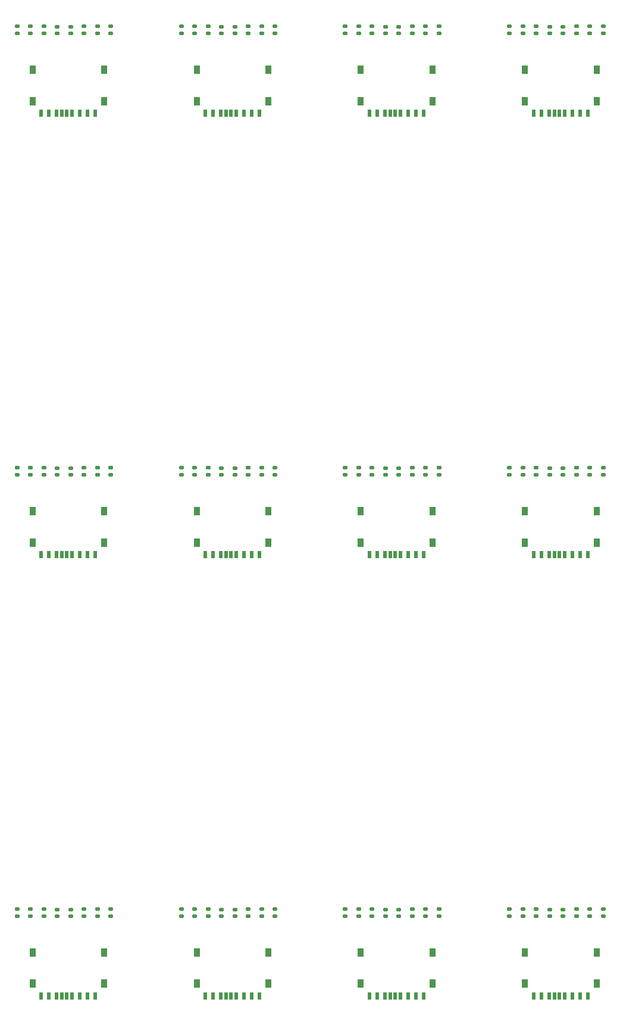
<source format=gbp>
%TF.GenerationSoftware,KiCad,Pcbnew,7.0.10*%
%TF.CreationDate,2024-01-23T14:15:21-07:00*%
%TF.ProjectId,SparkFun_Thing_Plus_ESP32-S3_panelized,53706172-6b46-4756-9e5f-5468696e675f,rev?*%
%TF.SameCoordinates,Original*%
%TF.FileFunction,Paste,Bot*%
%TF.FilePolarity,Positive*%
%FSLAX46Y46*%
G04 Gerber Fmt 4.6, Leading zero omitted, Abs format (unit mm)*
G04 Created by KiCad (PCBNEW 7.0.10) date 2024-01-23 14:15:21*
%MOMM*%
%LPD*%
G01*
G04 APERTURE LIST*
G04 Aperture macros list*
%AMRoundRect*
0 Rectangle with rounded corners*
0 $1 Rounding radius*
0 $2 $3 $4 $5 $6 $7 $8 $9 X,Y pos of 4 corners*
0 Add a 4 corners polygon primitive as box body*
4,1,4,$2,$3,$4,$5,$6,$7,$8,$9,$2,$3,0*
0 Add four circle primitives for the rounded corners*
1,1,$1+$1,$2,$3*
1,1,$1+$1,$4,$5*
1,1,$1+$1,$6,$7*
1,1,$1+$1,$8,$9*
0 Add four rect primitives between the rounded corners*
20,1,$1+$1,$2,$3,$4,$5,0*
20,1,$1+$1,$4,$5,$6,$7,0*
20,1,$1+$1,$6,$7,$8,$9,0*
20,1,$1+$1,$8,$9,$2,$3,0*%
G04 Aperture macros list end*
%ADD10RoundRect,0.135000X-0.185000X0.135000X-0.185000X-0.135000X0.185000X-0.135000X0.185000X0.135000X0*%
%ADD11RoundRect,0.140000X0.170000X-0.140000X0.170000X0.140000X-0.170000X0.140000X-0.170000X-0.140000X0*%
%ADD12R,0.500000X1.000000*%
%ADD13R,0.950000X1.200000*%
G04 APERTURE END LIST*
D10*
%TO.C,R2*%
X84367500Y145020000D03*
X84367500Y144000000D03*
%TD*%
%TO.C,R2*%
X84367500Y82290000D03*
X84367500Y81270000D03*
%TD*%
%TO.C,R2*%
X84367500Y19560000D03*
X84367500Y18540000D03*
%TD*%
%TO.C,R2*%
X61007500Y145020000D03*
X61007500Y144000000D03*
%TD*%
%TO.C,R2*%
X61007500Y82290000D03*
X61007500Y81270000D03*
%TD*%
%TO.C,R2*%
X61007500Y19560000D03*
X61007500Y18540000D03*
%TD*%
%TO.C,R2*%
X37647500Y145020000D03*
X37647500Y144000000D03*
%TD*%
%TO.C,R2*%
X37647500Y82290000D03*
X37647500Y81270000D03*
%TD*%
%TO.C,R2*%
X37647500Y19560000D03*
X37647500Y18540000D03*
%TD*%
%TO.C,R2*%
X14287500Y145020000D03*
X14287500Y144000000D03*
%TD*%
%TO.C,R2*%
X14287500Y82290000D03*
X14287500Y81270000D03*
%TD*%
%TO.C,R6*%
X76747500Y145020000D03*
X76747500Y144000000D03*
%TD*%
%TO.C,R6*%
X76747500Y82290000D03*
X76747500Y81270000D03*
%TD*%
%TO.C,R6*%
X76747500Y19560000D03*
X76747500Y18540000D03*
%TD*%
%TO.C,R6*%
X53387500Y145020000D03*
X53387500Y144000000D03*
%TD*%
%TO.C,R6*%
X53387500Y82290000D03*
X53387500Y81270000D03*
%TD*%
%TO.C,R6*%
X53387500Y19560000D03*
X53387500Y18540000D03*
%TD*%
%TO.C,R6*%
X30027500Y145020000D03*
X30027500Y144000000D03*
%TD*%
%TO.C,R6*%
X30027500Y82290000D03*
X30027500Y81270000D03*
%TD*%
%TO.C,R6*%
X30027500Y19560000D03*
X30027500Y18540000D03*
%TD*%
%TO.C,R6*%
X6667500Y145020000D03*
X6667500Y144000000D03*
%TD*%
%TO.C,R6*%
X6667500Y82290000D03*
X6667500Y81270000D03*
%TD*%
%TO.C,R4*%
X88177500Y145020000D03*
X88177500Y144000000D03*
%TD*%
%TO.C,R4*%
X88177500Y82290000D03*
X88177500Y81270000D03*
%TD*%
%TO.C,R4*%
X88177500Y19560000D03*
X88177500Y18540000D03*
%TD*%
%TO.C,R4*%
X64817500Y145020000D03*
X64817500Y144000000D03*
%TD*%
%TO.C,R4*%
X64817500Y82290000D03*
X64817500Y81270000D03*
%TD*%
%TO.C,R4*%
X64817500Y19560000D03*
X64817500Y18540000D03*
%TD*%
%TO.C,R4*%
X41457500Y145020000D03*
X41457500Y144000000D03*
%TD*%
%TO.C,R4*%
X41457500Y82290000D03*
X41457500Y81270000D03*
%TD*%
%TO.C,R4*%
X41457500Y19560000D03*
X41457500Y18540000D03*
%TD*%
%TO.C,R4*%
X18097500Y145020000D03*
X18097500Y144000000D03*
%TD*%
%TO.C,R4*%
X18097500Y82290000D03*
X18097500Y81270000D03*
%TD*%
D11*
%TO.C,C4*%
X80557500Y144030000D03*
X80557500Y144990000D03*
%TD*%
%TO.C,C4*%
X80557500Y81300000D03*
X80557500Y82260000D03*
%TD*%
%TO.C,C4*%
X80557500Y18570000D03*
X80557500Y19530000D03*
%TD*%
%TO.C,C4*%
X57197500Y144030000D03*
X57197500Y144990000D03*
%TD*%
%TO.C,C4*%
X57197500Y81300000D03*
X57197500Y82260000D03*
%TD*%
%TO.C,C4*%
X57197500Y18570000D03*
X57197500Y19530000D03*
%TD*%
%TO.C,C4*%
X33837500Y144030000D03*
X33837500Y144990000D03*
%TD*%
%TO.C,C4*%
X33837500Y81300000D03*
X33837500Y82260000D03*
%TD*%
%TO.C,C4*%
X33837500Y18570000D03*
X33837500Y19530000D03*
%TD*%
%TO.C,C4*%
X10477500Y144030000D03*
X10477500Y144990000D03*
%TD*%
%TO.C,C4*%
X10477500Y81300000D03*
X10477500Y82260000D03*
%TD*%
D10*
%TO.C,R1*%
X78652500Y145020000D03*
X78652500Y144000000D03*
%TD*%
%TO.C,R1*%
X78652500Y82290000D03*
X78652500Y81270000D03*
%TD*%
%TO.C,R1*%
X78652500Y19560000D03*
X78652500Y18540000D03*
%TD*%
%TO.C,R1*%
X55292500Y145020000D03*
X55292500Y144000000D03*
%TD*%
%TO.C,R1*%
X55292500Y82290000D03*
X55292500Y81270000D03*
%TD*%
%TO.C,R1*%
X55292500Y19560000D03*
X55292500Y18540000D03*
%TD*%
%TO.C,R1*%
X31932500Y145020000D03*
X31932500Y144000000D03*
%TD*%
%TO.C,R1*%
X31932500Y82290000D03*
X31932500Y81270000D03*
%TD*%
%TO.C,R1*%
X31932500Y19560000D03*
X31932500Y18540000D03*
%TD*%
%TO.C,R1*%
X8572500Y145020000D03*
X8572500Y144000000D03*
%TD*%
%TO.C,R1*%
X8572500Y82290000D03*
X8572500Y81270000D03*
%TD*%
D12*
%TO.C,J2*%
X78295000Y132661000D03*
X79395000Y132661000D03*
X80495000Y132661000D03*
X81245000Y132661000D03*
X82695000Y132661000D03*
X83795000Y132661000D03*
X84895000Y132661000D03*
X85995000Y132661000D03*
X81945000Y132661000D03*
D13*
X87245000Y134411000D03*
X87245000Y138861000D03*
X77045000Y134411000D03*
X77045000Y138861000D03*
%TD*%
D12*
%TO.C,J2*%
X78295000Y69931000D03*
X79395000Y69931000D03*
X80495000Y69931000D03*
X81245000Y69931000D03*
X82695000Y69931000D03*
X83795000Y69931000D03*
X84895000Y69931000D03*
X85995000Y69931000D03*
X81945000Y69931000D03*
D13*
X87245000Y71681000D03*
X87245000Y76131000D03*
X77045000Y71681000D03*
X77045000Y76131000D03*
%TD*%
D12*
%TO.C,J2*%
X78295000Y7201000D03*
X79395000Y7201000D03*
X80495000Y7201000D03*
X81245000Y7201000D03*
X82695000Y7201000D03*
X83795000Y7201000D03*
X84895000Y7201000D03*
X85995000Y7201000D03*
X81945000Y7201000D03*
D13*
X87245000Y8951000D03*
X87245000Y13401000D03*
X77045000Y8951000D03*
X77045000Y13401000D03*
%TD*%
D12*
%TO.C,J2*%
X54935000Y132661000D03*
X56035000Y132661000D03*
X57135000Y132661000D03*
X57885000Y132661000D03*
X59335000Y132661000D03*
X60435000Y132661000D03*
X61535000Y132661000D03*
X62635000Y132661000D03*
X58585000Y132661000D03*
D13*
X63885000Y134411000D03*
X63885000Y138861000D03*
X53685000Y134411000D03*
X53685000Y138861000D03*
%TD*%
D12*
%TO.C,J2*%
X54935000Y69931000D03*
X56035000Y69931000D03*
X57135000Y69931000D03*
X57885000Y69931000D03*
X59335000Y69931000D03*
X60435000Y69931000D03*
X61535000Y69931000D03*
X62635000Y69931000D03*
X58585000Y69931000D03*
D13*
X63885000Y71681000D03*
X63885000Y76131000D03*
X53685000Y71681000D03*
X53685000Y76131000D03*
%TD*%
D12*
%TO.C,J2*%
X54935000Y7201000D03*
X56035000Y7201000D03*
X57135000Y7201000D03*
X57885000Y7201000D03*
X59335000Y7201000D03*
X60435000Y7201000D03*
X61535000Y7201000D03*
X62635000Y7201000D03*
X58585000Y7201000D03*
D13*
X63885000Y8951000D03*
X63885000Y13401000D03*
X53685000Y8951000D03*
X53685000Y13401000D03*
%TD*%
D12*
%TO.C,J2*%
X31575000Y132661000D03*
X32675000Y132661000D03*
X33775000Y132661000D03*
X34525000Y132661000D03*
X35975000Y132661000D03*
X37075000Y132661000D03*
X38175000Y132661000D03*
X39275000Y132661000D03*
X35225000Y132661000D03*
D13*
X40525000Y134411000D03*
X40525000Y138861000D03*
X30325000Y134411000D03*
X30325000Y138861000D03*
%TD*%
D12*
%TO.C,J2*%
X31575000Y69931000D03*
X32675000Y69931000D03*
X33775000Y69931000D03*
X34525000Y69931000D03*
X35975000Y69931000D03*
X37075000Y69931000D03*
X38175000Y69931000D03*
X39275000Y69931000D03*
X35225000Y69931000D03*
D13*
X40525000Y71681000D03*
X40525000Y76131000D03*
X30325000Y71681000D03*
X30325000Y76131000D03*
%TD*%
D12*
%TO.C,J2*%
X31575000Y7201000D03*
X32675000Y7201000D03*
X33775000Y7201000D03*
X34525000Y7201000D03*
X35975000Y7201000D03*
X37075000Y7201000D03*
X38175000Y7201000D03*
X39275000Y7201000D03*
X35225000Y7201000D03*
D13*
X40525000Y8951000D03*
X40525000Y13401000D03*
X30325000Y8951000D03*
X30325000Y13401000D03*
%TD*%
D12*
%TO.C,J2*%
X8215000Y132661000D03*
X9315000Y132661000D03*
X10415000Y132661000D03*
X11165000Y132661000D03*
X12615000Y132661000D03*
X13715000Y132661000D03*
X14815000Y132661000D03*
X15915000Y132661000D03*
X11865000Y132661000D03*
D13*
X17165000Y134411000D03*
X17165000Y138861000D03*
X6965000Y134411000D03*
X6965000Y138861000D03*
%TD*%
D12*
%TO.C,J2*%
X8215000Y69931000D03*
X9315000Y69931000D03*
X10415000Y69931000D03*
X11165000Y69931000D03*
X12615000Y69931000D03*
X13715000Y69931000D03*
X14815000Y69931000D03*
X15915000Y69931000D03*
X11865000Y69931000D03*
D13*
X17165000Y71681000D03*
X17165000Y76131000D03*
X6965000Y71681000D03*
X6965000Y76131000D03*
%TD*%
D10*
%TO.C,R3*%
X86272500Y145020000D03*
X86272500Y144000000D03*
%TD*%
%TO.C,R3*%
X86272500Y82290000D03*
X86272500Y81270000D03*
%TD*%
%TO.C,R3*%
X86272500Y19560000D03*
X86272500Y18540000D03*
%TD*%
%TO.C,R3*%
X62912500Y145020000D03*
X62912500Y144000000D03*
%TD*%
%TO.C,R3*%
X62912500Y82290000D03*
X62912500Y81270000D03*
%TD*%
%TO.C,R3*%
X62912500Y19560000D03*
X62912500Y18540000D03*
%TD*%
%TO.C,R3*%
X39552500Y145020000D03*
X39552500Y144000000D03*
%TD*%
%TO.C,R3*%
X39552500Y82290000D03*
X39552500Y81270000D03*
%TD*%
%TO.C,R3*%
X39552500Y19560000D03*
X39552500Y18540000D03*
%TD*%
%TO.C,R3*%
X16192500Y145020000D03*
X16192500Y144000000D03*
%TD*%
%TO.C,R3*%
X16192500Y82290000D03*
X16192500Y81270000D03*
%TD*%
D11*
%TO.C,C5*%
X82462500Y144030000D03*
X82462500Y144990000D03*
%TD*%
%TO.C,C5*%
X82462500Y81300000D03*
X82462500Y82260000D03*
%TD*%
%TO.C,C5*%
X82462500Y18570000D03*
X82462500Y19530000D03*
%TD*%
%TO.C,C5*%
X59102500Y144030000D03*
X59102500Y144990000D03*
%TD*%
%TO.C,C5*%
X59102500Y81300000D03*
X59102500Y82260000D03*
%TD*%
%TO.C,C5*%
X59102500Y18570000D03*
X59102500Y19530000D03*
%TD*%
%TO.C,C5*%
X35742500Y144030000D03*
X35742500Y144990000D03*
%TD*%
%TO.C,C5*%
X35742500Y81300000D03*
X35742500Y82260000D03*
%TD*%
%TO.C,C5*%
X35742500Y18570000D03*
X35742500Y19530000D03*
%TD*%
%TO.C,C5*%
X12382500Y144030000D03*
X12382500Y144990000D03*
%TD*%
%TO.C,C5*%
X12382500Y81300000D03*
X12382500Y82260000D03*
%TD*%
D10*
%TO.C,R5*%
X74842500Y145020000D03*
X74842500Y144000000D03*
%TD*%
%TO.C,R5*%
X74842500Y82290000D03*
X74842500Y81270000D03*
%TD*%
%TO.C,R5*%
X74842500Y19560000D03*
X74842500Y18540000D03*
%TD*%
%TO.C,R5*%
X51482500Y145020000D03*
X51482500Y144000000D03*
%TD*%
%TO.C,R5*%
X51482500Y82290000D03*
X51482500Y81270000D03*
%TD*%
%TO.C,R5*%
X51482500Y19560000D03*
X51482500Y18540000D03*
%TD*%
%TO.C,R5*%
X28122500Y145020000D03*
X28122500Y144000000D03*
%TD*%
%TO.C,R5*%
X28122500Y82290000D03*
X28122500Y81270000D03*
%TD*%
%TO.C,R5*%
X28122500Y19560000D03*
X28122500Y18540000D03*
%TD*%
%TO.C,R5*%
X4762500Y145020000D03*
X4762500Y144000000D03*
%TD*%
%TO.C,R5*%
X4762500Y82290000D03*
X4762500Y81270000D03*
%TD*%
%TO.C,R5*%
X4762500Y19560000D03*
X4762500Y18540000D03*
%TD*%
D11*
%TO.C,C5*%
X12382500Y18570000D03*
X12382500Y19530000D03*
%TD*%
D10*
%TO.C,R3*%
X16192500Y19560000D03*
X16192500Y18540000D03*
%TD*%
D12*
%TO.C,J2*%
X8215000Y7201000D03*
X9315000Y7201000D03*
X10415000Y7201000D03*
X11165000Y7201000D03*
X12615000Y7201000D03*
X13715000Y7201000D03*
X14815000Y7201000D03*
X15915000Y7201000D03*
X11865000Y7201000D03*
D13*
X17165000Y8951000D03*
X17165000Y13401000D03*
X6965000Y8951000D03*
X6965000Y13401000D03*
%TD*%
D10*
%TO.C,R1*%
X8572500Y19560000D03*
X8572500Y18540000D03*
%TD*%
D11*
%TO.C,C4*%
X10477500Y18570000D03*
X10477500Y19530000D03*
%TD*%
D10*
%TO.C,R4*%
X18097500Y19560000D03*
X18097500Y18540000D03*
%TD*%
%TO.C,R6*%
X6667500Y19560000D03*
X6667500Y18540000D03*
%TD*%
%TO.C,R2*%
X14287500Y19560000D03*
X14287500Y18540000D03*
%TD*%
M02*

</source>
